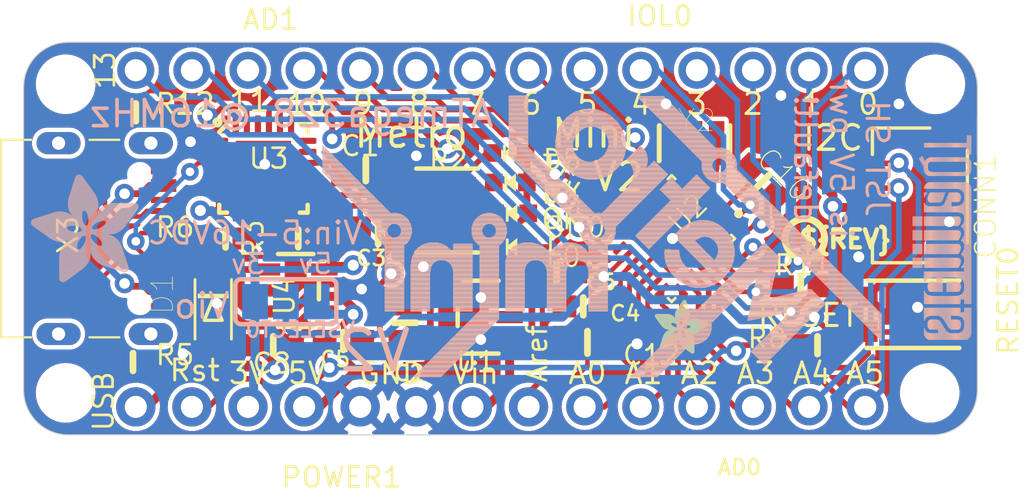
<source format=kicad_pcb>
(kicad_pcb (version 20221018) (generator pcbnew)
  (layers (0 "F.Cu" signal) (31 "B.Cu" signal) (34 "B.Paste" user) (35 "F.Paste" user) (36 "B.SilkS" user "B.Silkscreen") (37 "F.SilkS" user "F.Silkscreen") (38 "B.Mask" user) (39 "F.Mask" user) (44 "Edge.Cuts" user))
  (net 0 "")
  (net 1 "+5V")
  (net 2 "GND")
  (net 3 "AREF")
  (net 4 "RESET")
  (net 5 "VIN")
  (net 6 "SCK")
  (net 7 "MOSI")
  (net 8 "SS")
  (net 9 "DTR")
  (net 10 "XTAL2")
  (net 11 "XTAL1")
  (net 12 "AD0")
  (net 13 "AD1")
  (net 14 "AD2")
  (net 15 "AD3")
  (net 16 "AD4/SDA")
  (net 17 "AD5/SCL")
  (net 18 "IO2")
  (net 19 "IO0")
  (net 20 "IO3")
  (net 21 "IO4")
  (net 22 "IO5")
  (net 23 "IO6")
  (net 24 "IO7")
  (net 25 "IO8")
  (net 26 "IO9")
  (net 27 "3.3V")
  (net 28 "RXD")
  (net 29 "TXD")
  (net 30 "VBUS")
  (net 31 "N$3")
  (net 32 "VCCIO")
  (net 33 "MISO")
  (net 34 "N$1")
  (net 35 "N$12")
  (net 36 "N$15")
  (net 37 "N$6")
  (net 38 "N$7")
  (net 39 "N$4")
  (net 40 "N$2")
  (net 41 "D+")
  (net 42 "D-")
  (net 43 "N$5")
  (net 44 "N$9")
  (net 45 "VBUS_DETECT")
  (footprint "working:SOT23-5" (layer "F.Cu") (at 139.2301 107.3531 -90)
    (fp_text reference "U4")
    (fp_text value "AP2112K-3.3")
  )
  (footprint "working:FIDUCIAL_1MM" (layer "F.Cu") (at 168.9481 102.5906)
    (fp_text reference "FD2" hide)
    (fp_text value "FIDUCIAL_1MM" hide)
  )
  (footprint "working:0603-NO" (layer "F.Cu") (at 138.2141 109.8296)
    (fp_text reference "C8")
    (fp_text value "0.1uF")
  )
  (footprint "working:CHIPLED_0603_NOOUTLINE" (layer "F.Cu") (at 148.8821 101.1301 90)
    (fp_text reference "D5")
    (fp_text value "YELLOW")
  )
  (footprint "working:CHIPLED_0603_NOOUTLINE" (layer "F.Cu") (at 148.9456 102.4636 90)
    (fp_text reference "D4")
    (fp_text value "YELLOW")
  )
  (footprint "working:0603-NO" (layer "F.Cu") (at 162.8521 109.8296)
    (fp_text reference "R8")
    (fp_text value "10K")
  )
  (footprint "working:0603-NO" (layer "F.Cu") (at 152.249468 108.073391)
    (fp_text reference "C4")
    (fp_text value "0.1uF")
  )
  (footprint "working:1X06_ROUND" (layer "F.Cu") (at 138.3411 97.3836 180)
    (fp_text reference "AD1")
    (fp_text value "20609" hide)
  )
  (footprint "working:JST_SH4" (layer "F.Cu") (at 167.5511 103.0986 90)
    (fp_text reference "CONN1")
    (fp_text value "STEMMA_I2C_QT" hide)
  )
  (footprint "working:0603-NO" (layer "F.Cu") (at 136.0551 105.0036 180)
    (fp_text reference "R6")
    (fp_text value "10K")
  )
  (footprint "working:QFN28_4MM_.45MM" (layer "F.Cu") (at 156.2481 105.0036 -135)
    (fp_text reference "U2")
    (fp_text value "ATMEGA328P")
  )
  (footprint "working:0603-NO" (layer "F.Cu") (at 151.0411 106.5276)
    (fp_text reference "C6")
    (fp_text value "0.1uF")
  )
  (footprint "working:RESPACK_4X0603" (layer "F.Cu") (at 146.0881 103.7336 -90)
    (fp_text reference "R2")
    (fp_text value "4.7K")
  )
  (footprint "working:0805-NO" (layer "F.Cu") (at 152.4381 109.7026)
    (fp_text reference "C12")
    (fp_text value "10uF")
  )
  (footprint "working:1X08_ROUND" (layer "F.Cu") (at 156.1211 97.3836)
    (fp_text reference "IOL0")
    (fp_text value "20610" hide)
  )
  (footprint "working:FIDUCIAL_1MM" (layer "F.Cu") (at 128.6891 102.5906)
    (fp_text reference "FD1" hide)
    (fp_text value "FIDUCIAL_1MM" hide)
  )
  (footprint "working:CHIPLED_0603_NOOUTLINE" (layer "F.Cu") (at 149.0091 105.3846 90)
    (fp_text reference "L0")
    (fp_text value "RED")
  )
  (footprint "working:0603-NO" (layer "F.Cu") (at 139.3444 104.9909 180)
    (fp_text reference "R3")
    (fp_text value "22K")
  )
  (footprint "" (layer "F.Cu") (at 167.9321 111.9886)
    (fp_text reference "@HOLE3" hide)
    (fp_text value "")
  )
  (footprint "working:0603-NO" (layer "F.Cu") (at 131.8641 110.5916 180)
    (fp_text reference "R5")
    (fp_text value "5.1K")
  )
  (footprint "working:0603-NO" (layer "F.Cu") (at 160.371081 102.417379 135)
    (fp_text reference "C10")
    (fp_text value "0.1uF")
  )
  (footprint "" (layer "F.Cu") (at 128.8161 98.0186)
    (fp_text reference "@HOLE0" hide)
    (fp_text value "")
  )
  (footprint "working:0603-NO" (layer "F.Cu") (at 162.0901 107.1626)
    (fp_text reference "R11")
    (fp_text value "1K")
  )
  (footprint "working:PCBFEAT-REV-040" (layer "F.Cu") (at 162.2806 105.0036)
    (fp_text reference "U$4" hide)
    (fp_text value "" hide)
  )
  (footprint "working:0805-NO" (layer "F.Cu") (at 144.1831 108.8136 -90)
    (fp_text reference "C2")
    (fp_text value "10uF")
  )
  (footprint "working:0805-NO" (layer "F.Cu") (at 142.4051 101.8921)
    (fp_text reference "C1")
    (fp_text value "10uF")
  )
  (footprint "working:QFN24_4MM_SMSC" (layer "F.Cu") (at 137.7696 101.8286)
    (fp_text reference "U3")
    (fp_text value "CP210x")
  )
  (footprint "" (layer "F.Cu") (at 168.1861 98.0186)
    (fp_text reference "@HOLE2" hide)
    (fp_text value "")
  )
  (footprint "working:0603-NO" (layer "F.Cu") (at 141.3891 109.6391 180)
    (fp_text reference "C5")
    (fp_text value "0.1uF")
  )
  (footprint "working:1X06_ROUND" (layer "F.Cu") (at 158.6611 112.6236)
    (fp_text reference "AD0")
    (fp_text value "20609")
  )
  (footprint "working:SOT23-5" (layer "F.Cu") (at 147.6121 108.5596 90)
    (fp_text reference "U1")
    (fp_text value "MIC5225-5.0")
  )
  (footprint "working:BTN_KMR2_4.6X2.8" (layer "F.Cu") (at 167.1701 108.4326)
    (fp_text reference "RESET0")
    (fp_text value "KMR2")
  )
  (footprint "working:CHIPLED_0603_NOOUTLINE" (layer "F.Cu") (at 149.0091 103.8606 90)
    (fp_text reference "ON0")
    (fp_text value "GREEN")
  )
  (footprint "working:RESONATOR" (layer "F.Cu") (at 157.285887 100.6856)
    (fp_text reference "Y2")
    (fp_text value "CSTCE16M0V53-R0 16MHZ")
  )
  (footprint "working:SOD-123FL" (layer "F.Cu") (at 135.4963 108.204 -90)
    (fp_text reference "D1")
    (fp_text value "MBR120")
  )
  (footprint "working:0805-NO" (layer "F.Cu") (at 142.9639 104.7496 180)
    (fp_text reference "C3")
    (fp_text value "10uF")
  )
  (footprint "working:1X08_ROUND_70" (layer "F.Cu") (at 140.8811 112.6236)
    (fp_text reference "POWER1")
    (fp_text value "20610" hide)
  )
  (footprint "working:0603-NO" (layer "F.Cu") (at 131.9911 99.2886 180)
    (fp_text reference "R1")
    (fp_text value "5.1K")
  )
  (footprint "working:USB_C_CUSB31-CFM2AX-01-X" (layer "F.Cu") (at 129.7051 105.0036 -90)
    (fp_text reference "X3")
    (fp_text value "USB C")
  )
  (footprint "" (layer "F.Cu") (at 128.8161 111.9886)
    (fp_text reference "@HOLE1" hide)
    (fp_text value "")
  )
  (footprint "working:ADAFRUIT_2.5MM" (layer "F.Cu") (at 155.4861 110.2106)
    (fp_text reference "U$5" hide)
    (fp_text value "" hide)
  )
  (footprint "working:ADAFRUIT_5MM" (layer "B.Cu") (at 132.1181 106.9721 180)
    (fp_text reference "U$10" hide)
    (fp_text value "" hide)
  )
  (footprint "working:SOLDERJUMPER_2WAY_OPEN_NOPASTE" (layer "B.Cu") (at 138.7856 107.8611)
    (fp_text reference "VSELECT0")
    (fp_text value "")
  )
  (footprint "working:METROMINI_SILK" (layer "B.Cu") (at 165.7731 111.2901 180)
    (fp_text reference "U$7" hide)
    (fp_text value "" hide)
  )
  (footprint "working:STEMMAQT" (layer "B.Cu") (at 167.1701 109.5756 90)
    (fp_text reference "U$6" hide)
    (fp_text value "" hide)
  )
  (gr_arc (start 168.0591 96.1136) (mid 169.495941 96.708759) (end 170.0911 98.1456) (stroke (width 0.05)) (layer "Edge.Cuts"))
  (gr_line (start 168.0591 96.1136) (end 128.9431 96.1136) (stroke (width 0.05)) (layer "Edge.Cuts"))
  (gr_line (start 170.0911 111.8616) (end 170.0911 98.1456) (stroke (width 0.05)) (layer "Edge.Cuts"))
  (gr_line (start 128.9431 113.8936) (end 168.0591 113.8936) (stroke (width 0.05)) (layer "Edge.Cuts"))
  (gr_arc (start 128.9431 113.8936) (mid 127.506259 113.298441) (end 126.9111 111.8616) (stroke (width 0.05)) (layer "Edge.Cuts"))
  (gr_arc (start 170.0911 111.8616) (mid 169.495941 113.298441) (end 168.0591 113.8936) (stroke (width 0.05)) (layer "Edge.Cuts"))
  (gr_arc (start 126.9111 98.1456) (mid 127.506259 96.708759) (end 128.9431 96.1136) (stroke (width 0.05)) (layer "Edge.Cuts"))
  (gr_line (start 126.9111 98.1456) (end 126.9111 111.8616) (stroke (width 0.05)) (layer "Edge.Cuts"))
  (gr_text "JST SH\nis 5V pwr\ndefault!" (at 163.9316 101.3841 -90) (layer "B.SilkS") (effects (font (size 1.00584 1.00584) (thickness 0.13716)) (justify mirror)))
  (gr_text "Vin:5-16VDC" (at 137.3886 104.7496) (layer "B.SilkS") (effects (font (size 1.00584 1.00584) (thickness 0.13716)) (justify mirror)))
  (gr_text "V2" (at 142.7861 110.0836) (layer "B.SilkS") (effects (font (size 1.78816 1.78816) (thickness 0.24384)) (justify mirror)))
  (gr_text "ATmega328 @16MHz" (at 139.0396 99.3521) (layer "B.SilkS") (effects (font (size 1.184656 1.184656) (thickness 0.161544)) (justify mirror)))
  (gr_text "Vio" (at 134.9756 108.0516) (layer "B.SilkS") (effects (font (size 1.1176 1.1176) (thickness 0.1524)) (justify mirror)))
  (gr_text "5v" (at 140.1191 106.1466) (layer "B.SilkS") (effects (font (size 0.89408 0.89408) (thickness 0.12192)) (justify mirror)))
  (gr_text "3v" (at 137.0711 106.1466) (layer "B.SilkS") (effects (font (size 0.89408 0.89408) (thickness 0.12192)) (justify mirror)))
  (gr_text "Aref" (at 150.1521 110.2106 90) (layer "F.SilkS") (effects (font (size 0.89408 0.89408) (thickness 0.12192))))
  (gr_text "2" (at 159.9311 98.9076) (layer "F.SilkS") (effects (font (size 0.94996 0.94996) (thickness 0.12954))))
  (gr_text "7" (at 147.3581 98.9076) (layer "F.SilkS") (effects (font (size 0.94996 0.94996) (thickness 0.12954))))
  (gr_text "5V" (at 139.7381 111.0996) (layer "F.SilkS") (effects (font (size 0.94996 0.94996) (thickness 0.12954))))
  (gr_text "10" (at 139.7381 98.9076) (layer "F.SilkS") (effects (font (size 0.94996 0.94996) (thickness 0.12954))))
  (gr_text "TX" (at 151.1681 101.7016) (layer "F.SilkS") (effects (font (size 0.89408 0.89408) (thickness 0.12192))))
  (gr_text "6" (at 149.8981 98.9076) (layer "F.SilkS") (effects (font (size 0.94996 0.94996) (thickness 0.12954))))
  (gr_text "11" (at 137.1346 98.7806) (layer "F.SilkS") (effects (font (size 0.94996 0.94996) (thickness 0.12954))))
  (gr_text "0" (at 165.1381 98.9076) (layer "F.SilkS") (effects (font (size 0.94996 0.94996) (thickness 0.12954))))
  (gr_text "GND" (at 143.5481 111.0996) (layer "F.SilkS") (effects (font (size 0.94996 0.94996) (thickness 0.12954))))
  (gr_text "1" (at 162.5981 98.9076) (layer "F.SilkS") (effects (font (size 0.94996 0.94996) (thickness 0.12954))))
  (gr_text "RX" (at 151.2951 102.9716) (layer "F.SilkS") (effects (font (size 0.89408 0.89408) (thickness 0.12192))))
  (gr_text "12" (at 134.6581 98.9076) (layer "F.SilkS") (effects (font (size 0.94996 0.94996) (thickness 0.12954))))
  (gr_text "9" (at 142.2781 98.9076) (layer "F.SilkS") (effects (font (size 0.94996 0.94996) (thickness 0.12954))))
  (gr_text "13" (at 130.5941 97.3836 90) (layer "F.SilkS") (effects (font (size 0.89408 0.89408) (thickness 0.12192))))
  (gr_text "3" (at 157.3911 98.9076) (layer "F.SilkS") (effects (font (size 0.94996 0.94996) (thickness 0.12954))))
  (gr_text "A4" (at 162.5981 111.0996) (layer "F.SilkS") (effects (font (size 0.94996 0.94996) (thickness 0.12954))))
  (gr_text "Vin" (at 147.3581 111.0996) (layer "F.SilkS") (effects (font (size 0.94996 0.94996) (thickness 0.12954))))
  (gr_text "8" (at 144.8181 98.9076) (layer "F.SilkS") (effects (font (size 0.94996 0.94996) (thickness 0.12954))))
  (gr_text "V2" (at 153.8351 102.2096) (layer "F.SilkS") (effects (font (size 1.251712 1.251712) (thickness 0.170688))))
  (gr_text "A3" (at 160.0581 111.0996) (layer "F.SilkS") (effects (font (size 0.94996 0.94996) (thickness 0.12954))))
  (gr_text "L" (at 150.9141 105.3211) (layer "F.SilkS") (effects (font (size 0.89408 0.89408) (thickness 0.12192))))
  (gr_text "Metro    Mini" (at 148.2471 100.2411) (layer "F.SilkS") (effects (font (size 1.251712 1.251712) (thickness 0.170688))))
  (gr_text "5" (at 152.4381 98.9076) (layer "F.SilkS") (effects (font (size 0.94996 0.94996) (thickness 0.12954))))
  (gr_text "A2" (at 157.5181 111.0996) (layer "F.SilkS") (effects (font (size 0.94996 0.94996) (thickness 0.12954))))
  (gr_text "I2C" (at 165.0111 99.7966) (layer "F.SilkS") (effects (font (size 1.1176 1.1176) (thickness 0.1524)) (justify right top)))
  (gr_text "4" (at 154.8511 98.9076) (layer "F.SilkS") (effects (font (size 0.94996 0.94996) (thickness 0.12954))))
  (gr_text "ON" (at 151.2951 104.1146) (layer "F.SilkS") (effects (font (size 0.89408 0.89408) (thickness 0.12192))))
  (gr_text "Rst" (at 134.6581 110.9726) (layer "F.SilkS") (effects (font (size 0.94996 0.94996) (thickness 0.12954))))
  (gr_text "USB" (at 130.5306 112.3696 90) (layer "F.SilkS") (effects (font (size 0.89408 0.89408) (thickness 0.12192))))
  (gr_text "3V" (at 137.0711 111.0996) (layer "F.SilkS") (effects (font (size 0.94996 0.94996) (thickness 0.12954))))
  (gr_text "A0" (at 152.4381 111.0996) (layer "F.SilkS") (effects (font (size 0.94996 0.94996) (thickness 0.12954))))
  (gr_text "A1" (at 154.9781 111.0996) (layer "F.SilkS") (effects (font (size 0.94996 0.94996) (thickness 0.12954))))
  (gr_text "A5" (at 165.0111 111.0996) (layer "F.SilkS") (effects (font (size 0.94996 0.94996) (thickness 0.12954))))
  (gr_text "RESET" (at 160.0581 109.0676) (layer "F.SilkS") (effects (font (size 1.00584 1.00584) (thickness 0.13716)) (justify left bottom)))
  (segment (start 141.3891 108.8771) (end 141.3891 110.3376) (width 0.2032) (layer "F.Cu") (net 1))
  (segment (start 144.1831 109.9541) (end 143.0376 111.0996) (width 0.4064) (layer "F.Cu") (net 1))
  (segment (start 149.0091 104.6106) (end 149.0091 106.0831) (width 0.254) (layer "F.Cu") (net 1))
  (segment (start 145.3261 109.5096) (end 146.312 109.5096) (width 0.4064) (layer "F.Cu") (net 1))
  (segment (start 137.094 108.3031) (end 136.7155 107.9246) (width 0.4064) (layer "F.Cu") (net 1))
  (segment (start 141.8336 111.0996) (end 142.1511 111.0996) (width 0.4064) (layer "F.Cu") (net 1))
  (segment (start 144.1831 109.7636) (end 144.4371 109.5096) (width 0.4064) (layer "F.Cu") (net 1))
  (segment (start 144.1831 109.9541) (end 144.1831 109.7636) (width 0.4064) (layer "F.Cu") (net 1))
  (segment (start 141.8336 108.4326) (end 141.3891 108.8771) (width 0.3048) (layer "F.Cu") (net 1))
  (segment (start 141.8336 108.156763) (end 141.8336 108.4326) (width 0.4064) (layer "F.Cu") (net 1))
  (segment (start 149.6321 101.1301) (end 149.6956 101.1936) (width 0.3048) (layer "F.Cu") (net 1))
  (segment (start 139.6111 112.6236) (end 140.3096 112.6236) (width 0.4064) (layer "F.Cu") (net 1))
  (segment (start 139.761862 107.6217) (end 139.080462 108.3031) (width 0.4064) (layer "F.Cu") (net 1))
  (segment (start 149.6956 101.1936) (end 149.6956 102.4636) (width 0.3048) (layer "F.Cu") (net 1))
  (segment (start 146.3421 106.1466) (end 145.3261 107.1626) (width 0.3048) (layer "F.Cu") (net 1))
  (segment (start 149.0091 106.0831) (end 148.9456 106.1466) (width 0.3048) (layer "F.Cu") (net 1))
  (segment (start 141.8336 111.0996) (end 140.3096 112.6236) (width 0.4064) (layer "F.Cu") (net 1))
  (segment (start 149.6956 102.4636) (end 149.6956 103.7971) (width 0.3048) (layer "F.Cu") (net 1))
  (segment (start 136.7282 106.5665) (end 135.4963 106.5665) (width 0.3048) (layer "F.Cu") (net 1))
  (segment (start 136.76035 106.53435) (end 136.7282 106.5665) (width 0.3048) (layer "F.Cu") (net 1))
  (segment (start 136.7155 107.9246) (end 136.7155 106.5792) (width 0.4064) (layer "F.Cu") (net 1))
  (segment (start 137.93 106.4031) (end 136.8916 106.4031) (width 0.3048) (layer "F.Cu") (net 1))
  (segment (start 137.93 108.3031) (end 137.094 108.3031) (width 0.4064) (layer "F.Cu") (net 1))
  (segment (start 136.7155 106.5792) (end 136.76035 106.53435) (width 0.4064) (layer "F.Cu") (net 1))
  (segment (start 136.8916 106.4031) (end 136.76035 106.53435) (width 0.3048) (layer "F.Cu") (net 1))
  (segment (start 149.6956 103.7971) (end 149.7591 103.8606) (width 0.3048) (layer "F.Cu") (net 1))
  (segment (start 148.9456 106.1466) (end 146.3421 106.1466) (width 0.3048) (layer "F.Cu") (net 1))
  (segment (start 144.4371 109.5096) (end 145.3261 109.5096) (width 0.4064) (layer "F.Cu") (net 1))
  (segment (start 139.080462 108.3031) (end 137.93 108.3031) (width 0.4064) (layer "F.Cu") (net 1))
  (segment (start 145.3261 107.1626) (end 145.3261 109.5096) (width 0.3048) (layer "F.Cu") (net 1))
  (segment (start 141.298537 107.6217) (end 141.8336 108.156763) (width 0.4064) (layer "F.Cu") (net 1))
  (segment (start 142.1511 111.0996) (end 143.0376 111.0996) (width 0.4064) (layer "F.Cu") (net 1))
  (segment (start 139.761862 107.6217) (end 141.298537 107.6217) (width 0.4064) (layer "F.Cu") (net 1))
  (segment (start 149.7591 103.8606) (end 149.0091 104.6106) (width 0.3048) (layer "F.Cu") (net 1))
  (segment (start 142.1511 111.0996) (end 141.3891 110.3376) (width 0.254) (layer "F.Cu") (net 1))
  (via (at 141.8336 108.4326) (size 0.889) (drill 0.4826) (layers "F.Cu" "B.Cu") (net 1))
  (segment (start 140.8176 108.4326) (end 140.2461 107.8611) (width 0.4064) (layer "B.Cu") (net 1))
  (segment (start 140.2461 107.8611) (end 140.1826 107.8611) (width 0.4064) (layer "B.Cu") (net 1))
  (segment (start 140.8176 108.4326) (end 141.8336 108.4326) (width 0.4064) (layer "B.Cu") (net 1))
  (segment (start 139.3816 105.8037) (end 139.3816 106.5666) (width 0.4064) (layer "F.Cu") (net 2))
  (segment (start 154.3431 106.9086) (end 154.3431 109.427204) (width 0.2032) (layer "F.Cu") (net 2))
  (segment (start 133.2501 108.2036) (end 133.6671 108.2036) (width 0.4064) (layer "F.Cu") (net 2))
  (segment (start 154.3431 109.427204) (end 154.685021 109.769125) (width 0.3048) (layer "F.Cu") (net 2))
  (segment (start 133.4097 101.644) (end 133.626912 101.644) (width 0.4064) (layer "F.Cu") (net 2))
  (segment (start 143.9139 104.7496) (end 143.9139 104.9553) (width 0.4064) (layer "F.Cu") (net 2))
  (segment (start 133.6671 108.2036) (end 134.2009 108.7374) (width 0.4064) (layer "F.Cu") (net 2))
  (segment (start 133.626912 101.644) (end 134.4676 100.803313) (width 0.4064) (layer "F.Cu") (net 2))
  (segment (start 157.637562 103.614138) (end 156.2481 105.0036) (width 0.2032) (layer "F.Cu") (net 2))
  (segment (start 136.7235 108.974) (end 135.6868 107.9373) (width 0.3048) (layer "F.Cu") (net 2))
  (segment (start 144.1831 107.8636) (end 144.1831 107.0991) (width 0.3048) (layer "F.Cu") (net 2))
  (segment (start 134.4676 100.803313) (end 134.4676 100.6221) (width 0.4064) (layer "F.Cu") (net 2))
  (segment (start 137.0196 101.0786) (end 137.7696 101.8286) (width 0.3048) (layer "F.Cu") (net 2))
  (segment (start 134.2009 108.7374) (end 134.2009 110.1344) (width 0.4064) (layer "F.Cu") (net 2))
  (segment (start 138.048893 108.974) (end 136.7235 108.974) (width 0.3048) (layer "F.Cu") (net 2))
  (segment (start 135.7696 101.0786) (end 135.1146 101.0786) (width 0.3048) (layer "F.Cu") (net 2))
  (segment (start 133.2501 101.8036) (end 133.4097 101.644) (width 0.4064) (layer "F.Cu") (net 2))
  (segment (start 150.161768 106.556932) (end 150.1911 106.5276) (width 0.4064) (layer "F.Cu") (net 2))
  (segment (start 135.6868 107.9373) (end 135.6614 107.9373) (width 0.3048) (layer "F.Cu") (net 2))
  (segment (start 135.7696 101.0786) (end 137.0196 101.0786) (width 0.3048) (layer "F.Cu") (net 2))
  (segment (start 142.6932 106.176) (end 142.6932 106.566163) (width 0.4064) (layer "F.Cu") (net 2))
  (segment (start 137.93 107.3531) (end 138.5951 107.3531) (width 0.4064) (layer "F.Cu") (net 2))
  (segment (start 138.5951 107.3531) (end 139.3816 106.5666) (width 0.4064) (layer "F.Cu") (net 2))
  (segment (start 138.078993 109.0041) (end 138.048893 108.974) (width 0.3048) (layer "F.Cu") (net 2))
  (segment (start 138.2386 109.0041) (end 138.078993 109.0041) (width 0.3048) (layer "F.Cu") (net 2))
  (segment (start 154.858634 106.393066) (end 154.3431 106.9086) (width 0.2032) (layer "F.Cu") (net 2))
  (segment (start 144.1831 107.0991) (end 145.0086 106.2736) (width 0.3048) (layer "F.Cu") (net 2))
  (segment (start 142.2146 107.044763) (end 142.2146 107.2896) (width 0.4064) (layer "F.Cu") (net 2))
  (segment (start 139.3816 105.8037) (end 140.1944 104.9909) (width 0.4064) (layer "F.Cu") (net 2))
  (segment (start 142.6932 106.566163) (end 142.2146 107.044763) (width 0.4064) (layer "F.Cu") (net 2))
  (segment (start 143.9139 104.9553) (end 142.6932 106.176) (width 0.4064) (layer "F.Cu") (net 2))
  (segment (start 150.161768 106.556932) (end 149.8591 106.5666) (width 0.4064) (layer "F.Cu") (net 2))
  (segment (start 139.0641 109.8296) (end 138.2386 109.0041) (width 0.3048) (layer "F.Cu") (net 2))
  (segment (start 154.858634 106.393066) (end 156.2481 105.0036) (width 0.2032) (layer "F.Cu") (net 2))
  (segment (start 134.2009 110.1344) (end 134.1247 110.2106) (width 0.4064) (layer "F.Cu") (net 2))
  (via (at 147.6121 107.6706) (size 0.889) (drill 0.4826) (layers "F.Cu" "B.Cu") (net 2))
  (via (at 134.4676 100.6221) (size 0.889) (drill 0.4826) (layers "F.Cu" "B.Cu") (net 2))
  (via (at 166.5351 98.9076) (size 0.889) (drill 0.4826) (layers "F.Cu" "B.Cu") (net 2))
  (via (at 135.6614 107.9373) (size 0.889) (drill 0.4826) (layers "F.Cu" "B.Cu") (net 2))
  (via (at 137.8331 101.6381) (size 0.889) (drill 0.4826) (layers "F.Cu" "B.Cu") (net 2))
  (via (at 156.287178 105.000575) (size 0.9064) (drill 0.5) (layers "F.Cu" "B.Cu") (net 2))
  (via (at 167.385021 108.118125) (size 0.9064) (drill 0.5) (layers "F.Cu" "B.Cu") (net 2))
  (via (at 134.1247 110.2106) (size 0.889) (drill 0.4826) (layers "F.Cu" "B.Cu") (net 2))
  (via (at 168.8211 104.2416) (size 0.889) (drill 0.4826) (layers "F.Cu" "B.Cu") (net 2))
  (via (at 147.6121 109.5756) (size 0.889) (drill 0.4826) (layers "F.Cu" "B.Cu") (net 2))
  (via (at 144.6911 101.2571) (size 0.889) (drill 0.4826) (layers "F.Cu" "B.Cu") (net 2))
  (via (at 145.0086 106.2736) (size 0.889) (drill 0.4826) (layers "F.Cu" "B.Cu") (net 2))
  (via (at 164.718021 105.832125) (size 0.9064) (drill 0.5) (layers "F.Cu" "B.Cu") (net 2))
  (via (at 142.2146 107.2896) (size 0.889) (drill 0.4826) (layers "F.Cu" "B.Cu") (net 2))
  (via (at 161.2011 98.5266) (size 0.889) (drill 0.4826) (layers "F.Cu" "B.Cu") (net 2))
  (via (at 154.685021 109.769125) (size 0.9064) (drill 0.5) (layers "F.Cu" "B.Cu") (net 2))
  (via (at 155.9941 98.9076) (size 0.889) (drill 0.4826) (layers "F.Cu" "B.Cu") (net 2))
  (segment (start 152.4381 108.8136) (end 152.4381 108.73476) (width 0.254) (layer "F.Cu") (net 3))
  (segment (start 152.4381 108.73476) (end 153.099468 108.073391) (width 0.254) (layer "F.Cu") (net 3))
  (segment (start 153.099468 108.073391) (end 153.099468 107.920022) (width 0.2032) (layer "F.Cu") (net 3))
  (segment (start 152.4381 110.7186) (end 152.3111 110.8456) (width 0.2032) (layer "F.Cu") (net 3))
  (segment (start 150.4061 111.3536) (end 149.7711 111.9886) (width 0.254) (layer "F.Cu") (net 3))
  (segment (start 154.540434 106.074869) (end 153.9367 106.678604) (width 0.2032) (layer "F.Cu") (net 3))
  (segment (start 152.3111 110.8456) (end 151.8031 111.3536) (width 0.254) (layer "F.Cu") (net 3))
  (segment (start 151.8031 111.3536) (end 150.4061 111.3536) (width 0.254) (layer "F.Cu") (net 3))
  (segment (start 153.9367 107.082791) (end 153.099468 107.920022) (width 0.2032) (layer "F.Cu") (net 3))
  (segment (start 149.7711 112.6236) (end 149.7711 111.9886) (width 0.254) (layer "F.Cu") (net 3))
  (segment (start 153.9367 106.678604) (end 153.9367 107.082791) (width 0.2032) (layer "F.Cu") (net 3))
  (segment (start 152.4381 108.8136) (end 152.4381 110.7186) (width 0.2032) (layer "F.Cu") (net 3))
  (segment (start 164.5031 110.8456) (end 165.1381 110.2106) (width 0.254) (layer "F.Cu") (net 4))
  (segment (start 158.696962 110.0836) (end 158.3817 109.768338) (width 0.254) (layer "F.Cu") (net 4))
  (segment (start 162.2171 110.8456) (end 164.5031 110.8456) (width 0.254) (layer "F.Cu") (net 4))
  (segment (start 162.0021 109.8296) (end 162.0021 110.6306) (width 0.254) (layer "F.Cu") (net 4))
  (segment (start 135.2931 112.6236) (end 136.5631 111.3536) (width 0.254) (layer "F.Cu") (net 4))
  (segment (start 140.5391 109.6391) (end 140.5391 110.6306) (width 0.254) (layer "F.Cu") (net 4))
  (segment (start 165.1201 109.2326) (end 169.2201 109.2326) (width 0.254) (layer "F.Cu") (net 4))
  (segment (start 134.5311 112.6236) (end 135.2931 112.6236) (width 0.254) (layer "F.Cu") (net 4))
  (segment (start 136.5631 111.3536) (end 137.5791 111.3536) (width 0.254) (layer "F.Cu") (net 4))
  (segment (start 139.106087 111.4044) (end 140.1953 111.4044) (width 0.254) (layer "F.Cu") (net 4))
  (segment (start 162.0021 110.6306) (end 162.2171 110.8456) (width 0.254) (layer "F.Cu") (net 4))
  (segment (start 158.3817 107.137204) (end 158.3817 109.768338) (width 0.254) (layer "F.Cu") (net 4))
  (segment (start 140.7541 110.8456) (end 140.1953 111.4044) (width 0.254) (layer "F.Cu") (net 4))
  (segment (start 159.1691 110.0836) (end 159.4231 109.8296) (width 0.254) (layer "F.Cu") (net 4))
  (segment (start 137.5791 111.3536) (end 137.986993 111.761494) (width 0.254) (layer "F.Cu") (net 4))
  (segment (start 140.7541 110.8456) (end 140.5391 110.6306) (width 0.254) (layer "F.Cu") (net 4))
  (segment (start 137.986993 111.761494) (end 138.748993 111.761494) (width 0.254) (layer "F.Cu") (net 4))
  (segment (start 138.748993 111.761494) (end 139.106087 111.4044) (width 0.254) (layer "F.Cu") (net 4))
  (segment (start 165.1381 109.2506) (end 165.1201 109.2326) (width 0.254) (layer "F.Cu") (net 4))
  (segment (start 162.0021 109.8296) (end 159.4231 109.8296) (width 0.254) (layer "F.Cu") (net 4))
  (segment (start 165.1381 110.2106) (end 165.1381 109.2506) (width 0.254) (layer "F.Cu") (net 4))
  (segment (start 159.1691 110.0836) (end 158.696962 110.0836) (width 0.254) (layer "F.Cu") (net 4))
  (segment (start 157.637562 106.393066) (end 158.3817 107.137204) (width 0.2032) (layer "F.Cu") (net 4))
  (via (at 140.7541 110.8456) (size 0.889) (drill 0.4826) (layers "F.Cu" "B.Cu") (net 4))
  (via (at 159.1691 110.0836) (size 0.889) (drill 0.4826) (layers "F.Cu" "B.Cu") (net 4))
  (segment (start 140.7541 110.8456) (end 157.7721 110.8456) (width 0.254) (layer "B.Cu") (net 4))
  (segment (start 158.5341 110.0836) (end 157.7721 110.8456) (width 0.254) (layer "B.Cu") (net 4))
  (segment (start 159.1691 110.0836) (end 158.5341 110.0836) (width 0.254) (layer "B.Cu") (net 4))
  (segment (start 148.9122 107.6096) (end 149.4561 107.6096) (width 0.3048) (layer "F.Cu") (net 5))
  (segment (start 148.9122 111.5775) (end 148.9122 109.5096) (width 0.4064) (layer "F.Cu") (net 5))
  (segment (start 150.1521 109.5096) (end 151.2951 109.5096) (width 0.4064) (layer "F.Cu") (net 5))
  (segment (start 148.9122 109.5096) (end 150.1521 109.5096) (width 0.4064) (layer "F.Cu") (net 5))
  (segment (start 149.922481 108.075982) (end 149.922481 109.279982) (width 0.3048) (layer "F.Cu") (net 5))
  (segment (start 149.4561 107.6096) (end 149.922481 108.075982) (width 0.3048) (layer "F.Cu") (net 5))
  (segment (start 148.9122 111.5775) (end 147.8661 112.6236) (width 0.4064) (layer "F.Cu") (net 5))
  (segment (start 147.2311 112.6236) (end 147.8661 112.6236) (width 0.4064) (layer "F.Cu") (net 5))
  (segment (start 149.922481 109.279982) (end 150.1521 109.5096) (width 0.4064) (layer "F.Cu") (net 5))
  (segment (start 151.2951 109.5096) (end 151.4881 109.7026) (width 0.4064) (layer "F.Cu") (net 5))
  (segment (start 153.253968 105.438472) (end 152.311096 104.4956) (width 0.2032) (layer "F.Cu") (net 6))
  (segment (start 151.6761 104.4956) (end 150.7871 105.3846) (width 0.254) (layer "F.Cu") (net 6))
  (segment (start 152.311096 104.4956) (end 152.0571 104.4956) (width 0.2032) (layer "F.Cu") (net 6))
  (segment (start 152.0571 104.4956) (end 151.6761 104.4956) (width 0.254) (layer "F.Cu") (net 6))
  (segment (start 153.90404 105.438472) (end 153.253968 105.438472) (width 0.2032) (layer "F.Cu") (net 6))
  (segment (start 149.7591 105.3846) (end 150.7871 105.3846) (width 0.254) (layer "F.Cu") (net 6))
  (via (at 152.0571 104.4956) (size 0.889) (drill 0.4826) (layers "F.Cu" "B.Cu") (net 6))
  (segment (start 152.0571 104.4956) (end 151.4856 104.4956) (width 0.254) (layer "B.Cu") (net 6))
  (segment (start 135.6106 98.5901) (end 133.1976 98.5901) (width 0.254) (layer "B.Cu") (net 6))
  (segment (start 133.1976 98.5901) (end 131.9911 97.3836) (width 0.254) (layer "B.Cu") (net 6))
  (segment (start 136.6266 99.6061) (end 135.6106 98.5901) (width 0.254) (layer "B.Cu") (net 6))
  (segment (start 151.4856 104.4956) (end 146.5961 99.6061) (width 0.254) (layer "B.Cu") (net 6))
  (segment (start 146.5961 99.6061) (end 136.6266 99.6061) (width 0.254) (layer "B.Cu") (net 6))
  (segment (start 154.186603 104.250535) (end 153.855337 103.919269) (width 0.2032) (layer "F.Cu") (net 7))
  (segment (start 153.258768 103.919269) (end 151.485603 102.146104) (width 0.2032) (layer "F.Cu") (net 7))
  (segment (start 150.9776 102.0826) (end 151.0411 102.1461) (width 0.254) (layer "F.Cu") (net 7))
  (segment (start 151.485603 102.146104) (end 151.0411 102.1461) (width 0.254) (layer "F.Cu") (net 7))
  (segment (start 154.222237 104.250535) (end 154.186603 104.250535) (width 0.2032) (layer "F.Cu") (net 7))
  (segment (start 153.855337 103.919269) (end 153.258768 103.919269) (width 0.2032) (layer "F.Cu") (net 7))
  (via (at 150.9776 102.0826) (size 0.889) (drill 0.4826) (layers "F.Cu" "B.Cu") (net 7))
  (segment (start 138.2776 98.5901) (end 137.0711 97.3836) (width 0.254) (layer "B.Cu") (net 7))
  (segment (start 147.1676 98.5901) (end 138.2776 98.5901) (width 0.254) (layer "B.Cu") (net 7))
  (segment (start 150.9776 102.0826) (end 150.8506 102.2096) (width 0.254) (layer "B.Cu") (net 7))
  (segment (start 150.8506 102.2096) (end 150.7871 102.2096) (width 0.254) (layer "B.Cu") (net 7))
  (segment (start 150.7871 102.2096) (end 147.1676 98.5901) (width 0.254) (layer "B.Cu") (net 7))
  (segment (start 145.8341 99.6696) (end 145.3261 99.1616) (width 0.254) (layer "F.Cu") (net 8))
  (segment (start 154.0877 103.4796) (end 153.4541 103.4796) (width 0.2032) (layer "F.Cu") (net 8))
  (segment (start 141.5161 98.6536) (end 140.2461 97.3836) (width 0.254) (layer "F.Cu") (net 8))
  (segment (start 148.6281 100.3046) (end 147.9931 99.6696) (width 0.254) (layer "F.Cu") (net 8))
  (segment (start 140.2461 97.3836) (end 139.6111 97.3836) (width 0.254) (layer "F.Cu") (net 8))
  (segment (start 147.9931 99.6696) (end 145.8341 99.6696) (width 0.254) (layer "F.Cu") (net 8))
  (segment (start 143.1671 99.1616) (end 142.6591 98.6536) (width 0.254) (layer "F.Cu") (net 8))
  (segment (start 145.3261 99.1616) (end 143.1671 99.1616) (width 0.254) (layer "F.Cu") (net 8))
  (segment (start 142.6591 98.6536) (end 141.5161 98.6536) (width 0.254) (layer "F.Cu") (net 8))
  (segment (start 150.2791 100.3046) (end 148.6281 100.3046) (width 0.2032) (layer "F.Cu") (net 8))
  (segment (start 153.4541 103.4796) (end 150.2791 100.3046) (width 0.2032) (layer "F.Cu") (net 8))
  (segment (start 154.540434 103.932335) (end 154.0877 103.4796) (width 0.2032) (layer "F.Cu") (net 8))
  (segment (start 137.0076 99.1616) (end 137.0076 99.8166) (width 0.254) (layer "F.Cu") (net 9))
  (segment (start 135.8646 99.0981) (end 135.5471 99.4156) (width 0.254) (layer "F.Cu") (net 9))
  (segment (start 136.9441 99.0981) (end 135.8646 99.0981) (width 0.254) (layer "F.Cu") (net 9))
  (segment (start 143.0401 107.0991) (end 143.0401 109.291907) (width 0.254) (layer "F.Cu") (net 9))
  (segment (start 143.5481 106.5911) (end 143.0401 107.0991) (width 0.254) (layer "F.Cu") (net 9))
  (segment (start 137.0076 99.1616) (end 136.9441 99.0981) (width 0.254) (layer "F.Cu") (net 9))
  (segment (start 135.2296 99.4156) (end 135.5471 99.4156) (width 0.254) (layer "F.Cu") (net 9))
  (segment (start 137.0196 99.8286) (end 137.0076 99.8166) (width 0.254) (layer "F.Cu") (net 9))
  (segment (start 143.0401 109.291907) (end 142.2391 109.6391) (width 0.254) (layer "F.Cu") (net 9))
  (via (at 143.5481 106.5911) (size 0.889) (drill 0.4826) (layers "F.Cu" "B.Cu") (net 9))
  (via (at 135.2296 99.4156) (size 0.9064) (drill 0.5) (layers "F.Cu" "B.Cu") (net 9))
  (segment (start 143.2306 105.0671) (end 143.2306 106.2736) (width 0.254) (layer "B.Cu") (net 9))
  (segment (start 136.2456 100.3046) (end 139.1031 100.3046) (width 0.254) (layer "B.Cu") (net 9))
  (segment (start 142.1511 103.3526) (end 142.1511 103.9876) (width 0.254) (layer "B.Cu") (net 9))
  (segment (start 135.2296 99.4156) (end 135.3566 99.4156) (width 0.254) (layer "B.Cu") (net 9))
  (segment (start 143.2306 105.0671) (end 142.1511 103.9876) (width 0.254) (layer "B.Cu") (net 9))
  (segment (start 139.1031 100.3046) (end 142.1511 103.3526) (width 0.254) (layer "B.Cu") (net 9))
  (segment (start 136.2456 100.3046) (end 135.3566 99.4156) (width 0.254) (layer "B.Cu") (net 9))
  (segment (start 143.2306 106.2736) (end 143.5481 106.5911) (width 0.254) (layer "B.Cu") (net 9))
  (segment (start 157.001165 102.942107) (end 157.001165 102.977741) (width 0.2032) (layer "F.Cu") (net 10))
  (segment (start 156.285887 101.844988) (end 156.450978 102.010079) (width 0.2032) (layer "F.Cu") (net 10))
  (segment (start 157.332434 102.333485) (end 157.332434 102.610838) (width 0.2032) (layer "F.Cu") (net 10))
  (segment (start 156.450978 102.010079) (end 157.009028 102.010079) (width 0.2032) (layer "F.Cu") (net 10))
  (segment (start 157.332434 102.610838) (end 157.001165 102.942107) (width 0.2032) (layer "F.Cu") (net 10))
  (segment (start 156.285887 100.6856) (end 156.285887 101.844988) (width 0.254) (layer "F.Cu") (net 10))
  (segment (start 157.009028 102.010079) (end 157.332434 102.333485) (width 0.2032) (layer "F.Cu") (net 10))
  (segment (start 158.285887 101.833044) (end 158.285887 100.6856) (width 0.254) (layer "F.Cu") (net 11))
  (segment (start 158.285887 102.329416) (end 158.285887 101.833044) (width 0.2032) (layer "F.Cu") (net 11))
  (segment (start 157.319365 103.295938) (end 158.285887 102.329416) (width 0.2032) (layer "F.Cu") (net 11))
  (segment (start 154.7495 107.138597) (end 154.7495 108.447769) (width 0.2032) (layer "F.Cu") (net 12))
  (segment (start 155.176831 106.711266) (end 154.7495 107.138597) (width 0.2032) (layer "F.Cu") (net 12))
  (segment (start 155.6131 110.7186) (end 154.8765 111.4552) (width 0.254) (layer "F.Cu") (net 12))
  (segment (start 154.7495 108.447769) (end 155.6131 109.311369) (width 0.2032) (layer "F.Cu") (net 12))
  (segment (start 154.8765 111.4552) (end 154.367131 111.4552) (width 0.254) (layer "F.Cu") (net 12))
  (segment (start 154.367131 111.4552) (end 153.198731 112.6236) (width 0.254) (layer "F.Cu") (net 12))
  (segment (start 155.6131 109.311369) (end 155.6131 110.7186) (width 0.254) (layer "F.Cu") (net 12))
  (segment (start 153.198731 112.6236) (end 152.3111 112.6236) (width 0.254) (layer "F.Cu") (net 12))
  (segment (start 155.1051 112.6236) (end 154.8511 112.6236) (width 0.254) (layer "F.Cu") (net 13))
  (segment (start 155.1559 107.368594) (end 155.1559 108.1024) (width 0.2032) (layer "F.Cu") (net 13))
  (segment (start 155.495031 107.029463) (end 155.1559 107.368594) (width 0.2032) (layer "F.Cu") (net 13))
  (segment (start 156.077834 111.650866) (end 155.1051 112.6236) (width 0.254) (layer "F.Cu") (net 13))
  (segment (start 156.077834 109.024335) (end 156.077834 111.650866) (width 0.254) (layer "F.Cu") (net 13))
  (segment (start 155.1559 108.1024) (end 156.077834 109.024335) (width 0.2032) (layer "F.Cu") (net 13))
  (segment (start 155.9941 108.1786) (end 156.535037 108.719538) (width 0.254) (layer "F.Cu") (net 14))
  (segment (start 157.3911 112.6236) (end 157.287125 112.6236) (width 0.254) (layer "F.Cu") (net 14))
  (segment (start 156.535037 108.719538) (end 156.535037 111.871513) (width 0.254) (layer "F.Cu") (net 14))
  (segment (start 155.813228 107.997729) (end 155.9941 108.1786) (width 0.2032) (layer "F.Cu") (net 14))
  (segment (start 155.813228 107.34766) (end 155.813228 107.997729) (width 0.2032) (layer "F.Cu") (net 14))
  (segment (start 157.287125 112.6236) (end 156.535037 111.871513) (width 0.254) (layer "F.Cu") (net 14))
  (segment (start 157.0101 108.436791) (end 157.0101 110.5281) (width 0.254) (layer "F.Cu") (net 15))
  (segment (start 159.1056 112.6236) (end 157.0101 110.5281) (width 0.254) (layer "F.Cu") (net 15))
  (segment (start 156.682968 107.34766) (end 156.682968 108.10966) (width 0.2032) (layer "F.Cu") (net 15))
  (segment (start 159.9311 112.6236) (end 159.1056 112.6236) (width 0.254) (layer "F.Cu") (net 15))
  (segment (start 157.0101 108.436791) (end 156.682968 108.10966) (width 0.2032) (layer "F.Cu") (net 15))
  (segment (start 157.4673 110.2741) (end 158.6103 111.4171) (width 0.254) (layer "F.Cu") (net 16))
  (segment (start 166.5351 102.7176) (end 165.1561 102.7176) (width 0.254) (layer "F.Cu") (net 16))
  (segment (start 157.4673 107.495597) (end 157.4673 110.2741) (width 0.254) (layer "F.Cu") (net 16))
  (segment (start 158.6103 111.4171) (end 160.5026 111.4171) (width 0.254) (layer "F.Cu") (net 16))
  (segment (start 157.001165 107.029463) (end 157.4673 107.495597) (width 0.2032) (layer "F.Cu") (net 16))
  (segment (start 161.7091 112.6236) (end 160.5026 111.4171) (width 0.254) (layer "F.Cu") (net 16))
  (segment (start 161.7091 112.6236) (end 162.4711 112.6236) (width 0.254) (layer "F.Cu") (net 16))
  (segment (start 165.1561 102.7176) (end 165.0371 102.5986) (width 0.254) (layer "F.Cu") (net 16))
  (via (at 166.5351 102.7176) (size 0.889) (drill 0.4826) (layers "F.Cu" "B.Cu") (net 16))
  (segment (start 166.5351 105.5116) (end 166.5351 102.7176) (width 0.254) (layer "B.Cu") (net 16))
  (segment (start 165.2651 106.7816) (end 165.2651 109.8296) (width 0.254) (layer "B.Cu") (net 16))
  (segment (start 165.2651 106.7816) (end 166.5351 105.5116) (width 0.254) (layer "B.Cu") (net 16))
  (segment (start 162.4711 112.6236) (end 165.2651 109.8296) (width 0.254) (layer "B.Cu") (net 16))
  (segment (start 165.0371 101.5986) (end 166.5111 101.5986) (width 0.254) (layer "F.Cu") (net 17))
  (segment (start 163.0807 111.4552) (end 164.2491 112.6236) (width 0.254) (layer "F.Cu") (net 17))
  (segment (start 160.691981 110.8964) (end 161.250781 111.4552) (width 0.254) (layer "F.Cu") (net 17))
  (segment (start 157.319365 106.711266) (end 157.9245 107.3164) (width 0.2032) (layer "F.Cu") (net 17))
  (segment (start 164.2491 112.6236) (end 165.0111 112.6236) (width 0.254) (layer "F.Cu") (net 17))
  (segment (start 158.863181 110.8964) (end 160.691981 110.8964) (width 0.254) (layer "F.Cu") (net 17))
  (segment (start 161.250781 111.4552) (end 163.0807 111.4552) (width 0.254) (layer "F.Cu") (net 17))
  (segment (start 157.9245 107.3164) (end 157.9245 109.957719) (width 0.254) (layer "F.Cu") (net 17))
  (segment (start 157.9245 109.957719) (end 158.863181 110.8964) (width 0.254) (layer "F.Cu") (net 17))
  (segment (start 166.5111 101.5986) (end 166.5351 101.5746) (width 0.254) (layer "F.Cu") (net 17))
  (via (at 166.5351 101.5746) (size 0.889) (drill 0.4826) (layers "F.Cu" "B.Cu") (net 17))
  (segment (start 167.4241 105.5116) (end 165.7731 107.1626) (width 0.254) (layer "B.Cu") (net 17))
  (segment (start 165.7731 107.1626) (end 165.7731 111.8616) (width 0.254) (layer "B.Cu") (net 17))
  (segment (start 166.5351 101.5746) (end 167.4241 102.4636) (width 0.254) (layer "B.Cu") (net 17))
  (segment (start 165.7731 111.8616) (end 165.0111 112.6236) (width 0.254) (layer "B.Cu") (net 17))
  (segment (start 167.4241 102.4636) (end 167.4241 105.5116) (width 0.254) (layer "B.Cu") (net 17))
  (segment (start 158.592156 105.438472) (end 158.96255 105.808866) (width 0.2032) (layer "F.Cu") (net 18))
  (segment (start 159.506834 105.808866) (end 159.9311 105.3846) (width 0.254) (layer "F.Cu") (net 18))
  (segment (start 158.96255 105.808866) (end 159.506834 105.808866) (width 0.2032) (layer "F.Cu") (net 18))
  (via (at 159.9311 105.3846) (size 0.8001) (drill 0.3937) (layers "F.Cu" "B.Cu") (net 18))
  (segment (start 161.0741 104.7496) (end 161.0741 102.5906) (width 0.254) (layer "B.Cu") (net 18))
  (segment (start 160.4391 105.3846) (end 161.0741 104.7496) (width 0.254) (layer "B.Cu") (net 18))
  (segment (start 161.0741 102.5906) (end 159.9311 101.4476) (width 0.254) (layer "B.Cu") (net 18))
  (segment (start 159.9311 105.3846) (end 160.4391 105.3846) (width 0.254) (layer "B.Cu") (net 18))
  (segment (start 159.9311 101.4476) (end 159.9311 97.3836) (width 0.254) (layer "B.Cu") (net 18))
  (segment (start 157.955762 106.074869) (end 159.297493 107.4166) (width 0.2032) (layer "F.Cu") (net 19))
  (segment (start 160.0581 107.4166) (end 160.9861 107.4166) (width 0.254) (layer "F.Cu") (net 19))
  (segment (start 159.297493 107.4166) (end 159.721756 107.4166) (width 0.2032) (layer "F.Cu") (net 19))
  (segment (start 160.0581 107.4166) (end 159.721756 107.4166) (width 0.254) (layer "F.Cu") (net 19))
  (segment (start 161.2401 107.1626) (end 160.9861 107.4166) (width 0.254) (layer "F.Cu") (net 19))
  (via (at 160.0581 107.4166) (size 0.8001) (drill 0.3937) (layers "F.Cu" "B.Cu") (net 19))
  (segment (start 160.0581 107.4166) (end 161.8361 107.4166) (width 0.254) (layer "B.Cu") (net 19))
  (segment (start 161.8361 107.4166) (end 162.7251 106.5276) (width 0.254) (layer "B.Cu") (net 19))
  (segment (start 165.0111 97.3836) (end 164.5031 97.3836) (width 0.254) (layer "B.Cu") (net 19))
  (segment (start 162.7251 106.5276) (end 162.7251 99.1616) (width 0.254) (layer "B.Cu") (net 19))
  (segment (start 164.5031 97.3836) (end 162.7251 99.1616) (width 0.254) (layer "B.Cu") (net 19))
  (segment (start 159.792843 104.568732) (end 159.992975 104.3686) (width 0.2032) (layer "F.Cu") (net 20))
  (segment (start 158.592156 104.568732) (end 159.792843 104.568732) (width 0.2032) (layer "F.Cu") (net 20))
  (segment (start 159.992975 104.3686) (end 160.3121 104.3686) (width 0.254) (layer "F.Cu") (net 20))
  (via (at 160.3121 104.3686) (size 0.8001) (drill 0.3937) (layers "F.Cu" "B.Cu") (net 20))
  (segment (start 159.2326 98.7806) (end 157.8356 97.3836) (width 0.254) (layer "B.Cu") (net 20))
  (segment (start 160.5661 103.0986) (end 159.2326 101.7651) (width 0.254) (layer "B.Cu") (net 20))
  (segment (start 160.5661 104.3686) (end 160.5661 103.0986) (width 0.254) (layer "B.Cu") (net 20))
  (segment (start 159.2326 98.7806) (end 159.2326 101.7651) (width 0.254) (layer "B.Cu") (net 20))
  (segment (start 157.3911 97.3836) (end 157.8356 97.3836) (width 0.254) (layer "B.Cu") (net 20))
  (segment (start 160.3121 104.3686) (end 160.5661 104.3686) (width 0.254) (layer "B.Cu") (net 20))
  (segment (start 159.5501 103.7336) (end 159.8041 103.4796) (width 0.254) (layer "F.Cu") (net 21))
  (segment (start 159.364434 103.919266) (end 159.5501 103.7336) (width 0.2032) (layer "F.Cu") (net 21))
  (segment (start 158.605228 103.919266) (end 159.364434 103.919266) (width 0.2032) (layer "F.Cu") (net 21))
  (segment (start 158.273959 104.250535) (end 158.605228 103.919266) (width 0.2032) (layer "F.Cu") (net 21))
  (via (at 159.8041 103.4796) (size 0.8001) (drill 0.3937) (layers "F.Cu" "B.Cu") (net 21))
  (segment (start 154.8511 97.3836) (end 155.6131 97.3836) (width 0.254) (layer "B.Cu") (net 21))
  (segment (start 159.8041 103.4796) (end 159.2961 103.4796) (width 0.254) (layer "B.Cu") (net 21))
  (segment (start 158.5976 100.3681) (end 158.5976 102.7811) (width 0.254) (layer "B.Cu") (net 21))
  (segment (start 159.2961 103.4796) (end 158.5976 102.7811) (width 0.254) (layer "B.Cu") (net 21))
  (segment (start 158.5976 100.3681) (end 155.6131 97.3836) (width 0.254) (layer "B.Cu") (net 21))
  (segment (start 156.235712 102.416475) (end 156.4399 102.416475) (width 0.2032) (layer "F.Cu") (net 22))
  (segment (start 154.5971 100.777863) (end 156.235712 102.416475) (width 0.2032) (layer "F.Cu") (net 22))
  (segment (start 154.5971 100.4316) (end 154.5971 100.777863) (width 0.2032) (layer "F.Cu") (net 22))
  (segment (start 156.682968 102.659544) (end 156.4399 102.416475) (width 0.2032) (layer "F.Cu") (net 22))
  (via (at 154.5971 100.4316) (size 0.889) (drill 0.4826) (layers "F.Cu" "B.Cu") (net 22))
  (segment (start 152.3111 97.3836) (end 152.3111 98.1456) (width 0.254) (layer "B.Cu") (net 22))
  (segment (start 154.5971 100.4316) (end 152.3111 98.1456) (width 0.254) (layer "B.Cu") (net 22))
  (segment (start 149.9235 97.3836) (end 149.7711 97.3836) (width 0.254) (layer "F.Cu") (net 23))
  (segment (start 154.2161 101.6762) (end 149.9235 97.3836) (width 0.2032) (layer "F.Cu") (net 23))
  (segment (start 155.813228 102.659544) (end 154.829884 101.6762) (width 0.2032) (layer "F.Cu") (net 23))
  (segment (start 154.829884 101.6762) (end 154.2161 101.6762) (width 0.2032) (layer "F.Cu") (net 23))
  (segment (start 154.59989 102.0826) (end 153.781312 102.0826) (width 0.2032) (layer "F.Cu") (net 24))
  (segment (start 153.781312 102.0826) (end 150.352312 98.6536) (width 0.2032) (layer "F.Cu") (net 24))
  (segment (start 155.495031 102.977741) (end 154.59989 102.0826) (width 0.2032) (layer "F.Cu") (net 24))
  (segment (start 150.352312 98.6536) (end 149.2631 98.6536) (width 0.2032) (layer "F.Cu") (net 24))
  (segment (start 149.2631 98.6536) (end 147.9931 97.3836) (width 0.254) (layer "F.Cu") (net 24))
  (segment (start 147.9931 97.3836) (end 147.2311 97.3836) (width 0.254) (layer "F.Cu") (net 24))
  (segment (start 148.5011 98.6536) (end 146.5961 98.6536) (width 0.254) (layer "F.Cu") (net 25))
  (segment (start 153.714575 102.5906) (end 150.285575 99.1616) (width 0.2032) (layer "F.Cu") (net 25))
  (segment (start 149.0091 99.1616) (end 148.5011 98.6536) (width 0.254) (layer "F.Cu") (net 25))
  (segment (start 155.176831 103.295938) (end 154.471493 102.5906) (width 0.2032) (layer "F.Cu") (net 25))
  (segment (start 146.5961 98.6536) (end 145.3261 97.3836) (width 0.254) (layer "F.Cu") (net 25))
  (segment (start 145.3261 97.3836) (end 144.6911 97.3836) (width 0.254) (layer "F.Cu") (net 25))
  (segment (start 150.285575 99.1616) (end 149.0091 99.1616) (width 0.2032) (layer "F.Cu") (net 25))
  (segment (start 154.471493 102.5906) (end 153.714575 102.5906) (width 0.2032) (layer "F.Cu") (net 25))
  (segment (start 146.0881 99.1616) (end 145.5801 98.6536) (width 0.254) (layer "F.Cu") (net 26))
  (segment (start 145.5801 98.6536) (end 143.4211 98.6536) (width 0.254) (layer "F.Cu") (net 26))
  (segment (start 153.622437 103.0732) (end 150.345837 99.7966) (width 0.2032) (layer "F.Cu") (net 26))
  (segment (start 143.4211 98.6536) (end 142.1511 97.3836) (width 0.254) (layer "F.Cu") (net 26))
  (segment (start 148.2471 99.1616) (end 146.0881 99.1616) (width 0.254) (layer "F.Cu") (net 26))
  (segment (start 154.317696 103.0732) (end 153.622437 103.0732) (width 0.2032) (layer "F.Cu") (net 26))
  (segment (start 148.8821 99.7966) (end 148.2471 99.1616) (width 0.254) (layer "F.Cu") (net 26))
  (segment (start 154.858634 103.614138) (end 154.317696 103.0732) (width 0.2032) (layer "F.Cu") (net 26))
  (segment (start 150.345837 99.7966) (end 148.8821 99.7966) (width 0.2032) (layer "F.Cu") (net 26))
  (segment (start 142.0139 104.7496) (end 142.0139 104.7565) (width 0.3048) (layer "F.Cu") (net 27))
  (segment (start 134.9121 103.7336) (end 135.7696 103.7336) (width 0.3048) (layer "F.Cu") (net 27))
  (segment (start 141.8336 106.2101) (end 140.7232 106.2101) (width 0.3048) (layer "F.Cu") (net 27))
  (segment (start 137.3641 109.8296) (end 137.428112 109.8296) (width 0.3048) (layer "F.Cu") (net 27))
  (segment (start 134.9121 103.7336) (end 135.0071 103.8286) (width 0.3048) (layer "F.Cu") (net 27))
  (segment (start 142.0139 104.7565) (end 141.6097 105.1607) (width 0.3048) (layer "F.Cu") (net 27))
  (segment (start 141.6097 105.3236) (end 140.5302 106.4031) (width 0.3048) (layer "F.Cu") (net 27))
  (segment (start 138.297356 110.952844) (end 138.297356 110.698844) (width 0.3048) (layer "F.Cu") (net 27))
  (segment (start 135.7696 103.7336) (end 135.7696 103.0786) (width 0.3048) (layer "F.Cu") (net 27))
  (segment (start 136.5196 103.8286) (end 135.0071 103.8286) (width 0.3048) (layer "F.Cu") (net 27))
  (segment (start 135.7696 103.0786) (end 135.7696 102.5786) (width 0.3048) (layer "F.Cu") (net 27))
  (segment (start 140.7232 106.2101) (end 140.5302 106.4031) (width 0.3048) (layer "F.Cu") (net 27))
  (segment (start 141.6097 105.1607) (end 141.6097 105.3236) (width 0.3048) (layer "F.Cu") (net 27))
  (segment (start 138.297356 110.698844) (end 137.428112 109.8296) (width 0.3048) (layer "F.Cu") (net 27))
  (via (at 141.8336 106.2101) (size 0.9064) (drill 0.5) (layers "F.Cu" "B.Cu") (net 27))
  (via (at 138.297356 110.952844) (size 0.889) (drill 0.4826) (layers "F.Cu" "B.Cu") (net 27))
  (via (at 134.9121 103.7336) (size 0.9064) (drill 0.5) (layers "F.Cu" "B.Cu") (net 27))
  (segment (start 137.3251 105.6386) (end 137.3251 106.4006) (width 0.4064) (layer "B.Cu") (net 27))
  (segment (start 137.0711 112.6236) (end 137.3251 112.3696) (width 0.4064) (layer "B.Cu") (net 27))
  (segment (start 141.6431 106.4006) (end 137.3886 106.4006) (width 0.3048) (layer "B.Cu") (net 27))
  (segment (start 137.3886 110.6551) (end 137.3251 110.5916) (width 0.3048) (layer "B.Cu") (net 27))
  (segment (start 137.3886 107.8611) (end 137.3886 110.6551) (width 0.4064) (layer "B.Cu") (net 27))
  (segment (start 137.686343 110.952844) (end 137.3886 110.6551) (width 0.3048) (layer "B.Cu") (net 27))
  (segment (start 135.4201 103.7336) (end 134.9121 103.7336) (width 0.3048) (layer "B.Cu") (net 27))
  (segment (start 137.3251 105.6386) (end 135.4201 103.7336) (width 0.4064) (layer "B.Cu") (net 27))
  (segment (start 138.297356 110.952844) (end 137.686343 110.952844) (width 0.3048) (layer "B.Cu") (net 27))
  (segment (start 137.3886 106.4006) (end 137.3251 106.4006) (width 0.3048) (layer "B.Cu") (net 27))
  (segment (start 137.3251 110.5916) (end 137.3251 112.3696) (width 0.4064) (layer "B.Cu") (net 27))
  (segment (start 141.6431 106.4006) (end 141.8336 106.2101) (width 0.3048) (layer "B.Cu") (net 27))
  (segment (start 137.3886 106.4006) (end 137.3886 107.8611) (width 0.4064) (layer "B.Cu") (net 27))
  (segment (start 138.4681 98.5901) (end 138.0196 99.0386) (width 0.254) (layer "F.Cu") (net 28))
  (segment (start 142.9131 99.7966) (end 142.4051 99.2886) (width 0.254) (layer "F.Cu") (net 28))
  (segment (start 162.9401 107.1626) (end 161.7336 108.3691) (width 0.254) (layer "F.Cu") (net 28))
  (segment (start 141.3891 99.2886) (end 140.6906 98.5901) (width 0.254) (layer "F.Cu") (net 28))
  (segment (start 145.8341 100.9396) (end 144.6911 99.7966) (width 0.254) (layer "F.Cu") (net 28))
  (segment (start 161.7336 108.3691) (end 161.7091 108.3691) (width 0.254) (layer "F.Cu") (net 28))
  (segment (start 142.9131 99.7966) (end 144.6911 99.7966) (width 0.254) (layer "F.Cu") (net 28))
  (segment (start 138.0196 99.0386) (end 138.0196 99.8286) (width 0.254) (layer "F.Cu") (net 28))
  (segment (start 161.6456 108.3056) (end 161.7091 108.3691) (width 0.254) (layer "F.Cu") (net 28))
  (segment (start 142.4051 99.2886) (end 141.3891 99.2886) (width 0.254) (layer "F.Cu") (net 28))
  (segment (start 140.6906 98.5901) (end 138.4681 98.5901) (width 0.254) (layer "F.Cu") (net 28))
  (segment (start 145.8341 100.9396) (end 146.0881 100.9396) (width 0.254) (layer "F.Cu") (net 28))
  (via (at 146.0881 100.9396) (size 0.889) (drill 0.4826) (layers "F.Cu" "B.Cu") (net 28))
  (via (at 161.6456 108.3056) (size 0.8001) (drill 0.3937) (layers "F.Cu" "B.Cu") (net 28))
  (segment (start 161.48685 108.14685) (end 161.6456 108.3056) (width 0.254) (layer "B.Cu") (net 28))
  (segment (start 158.720568 107.2388) (end 159.628618 108.14685) (width 0.254) (layer "B.Cu") (net 28))
  (segment (start 155.550712 107.238794) (end 155.867093 107.238794) (width 0.254) (layer "B.Cu") (net 28))
  (segment (start 155.8671 107.2388) (end 158.720568 107.2388) (width 0.254) (layer "B.Cu") (net 28))
  (segment (start 159.628618 108.14685) (end 161.48685 108.14685) (width 0.254) (layer "B.Cu") (net 28))
  (segment (start 151.4856 105.8926) (end 154.204518 105.8926) (width 0.254) (layer "B.Cu") (net 28))
  (segment (start 154.204518 105.8926) (end 155.550712 107.238794) (width 0.254) (layer "B.Cu") (net 28))
  (segment (start 146.5326 100.9396) (end 146.0881 100.9396) (width 0.254) (layer "B.Cu") (net 28))
  (segment (start 146.5326 100.9396) (end 151.4856 105.8926) (width 0.254) (layer "B.Cu") (net 28))
  (segment (start 155.867093 107.238794) (end 155.8671 107.2388) (width 0.254) (layer "B.Cu") (net 28))
  (segment (start 159.539868 106.6546) (end 160.0581 106.6546) (width 0.254) (layer "F.Cu") (net 29))
  (segment (start 140.4366 99.0981) (end 138.6586 99.0981) (width 0.254) (layer "F.Cu") (net 29))
  (segment (start 138.6586 99.0981) (end 138.5196 99.2371) (width 0.254) (layer "F.Cu") (net 29))
  (segment (start 161.7091 106.2736) (end 160.4391 106.2736) (width 0.254) (layer "F.Cu") (net 29))
  (segment (start 160.4391 106.2736) (end 160.0581 106.6546) (width 0.254) (layer "F.Cu") (net 29))
  (segment (start 159.17189 106.6546) (end 159.539868 106.6546) (width 0.2032) (layer "F.Cu") (net 29))
  (segment (start 140.8811 99.5426) (end 140.8811 100.4951) (width 0.254) (layer "F.Cu") (net 29))
  (segment (start 158.273959 105.756669) (end 159.17189 106.6546) (width 0.2032) (layer "F.Cu") (net 29))
  (segment (start 138.5196 99.2371) (end 138.5196 99.8286) (width 0.254) (layer "F.Cu") (net 29))
  (segment (start 161.7091 106.2736) (end 161.9631 106.0196) (width 0.254) (layer "F.Cu") (net 29))
  (segment (start 140.8811 99.5426) (end 140.4366 99.0981) (width 0.254) (layer "F.Cu") (net 29))
  (via (at 161.9631 106.0196) (size 0.8001) (drill 0.3937) (layers "F.Cu" "B.Cu") (net 29))
  (via (at 140.8811 100.4951) (size 0.889) (drill 0.4826) (layers "F.Cu" "B.Cu") (net 29))
  (segment (start 162.4711 98.5266) (end 162.2171 98.7806) (width 0.254) (layer "B.Cu") (net 29))
  (segment (start 162.2171 105.8926) (end 162.0901 106.0196) (width 0.254) (layer "B.Cu") (net 29))
  (segment (start 162.4711 97.3836) (end 162.4711 98.5266) (width 0.254) (layer "B.Cu") (net 29))
  (segment (start 154.3431 105.3846) (end 155.613096 106.654597) (width 0.254) (layer "B.Cu") (net 29))
  (segment (start 161.9631 106.0196) (end 161.9631 106.1466) (width 0.254) (layer "B.Cu") (net 29))
  (segment (start 161.9631 106.0196) (end 162.0901 106.0196) (width 0.254) (layer "B.Cu") (net 29))
  (segment (start 161.9631 106.1466) (end 161.4551 106.6546) (width 0.254) (layer "B.Cu") (net 29))
  (segment (start 151.6761 105.3846) (end 154.3431 105.3846) (width 0.254) (layer "B.Cu") (net 29))
  (segment (start 162.2171 98.7806) (end 162.2171 105.8926) (width 0.254) (layer "B.Cu") (net 29))
  (segment (start 155.613096 106.654597) (end 161.4551 106.6546) (width 0.254) (layer "B.Cu") (net 29))
  (segment (start 140.8811 100.4951) (end 141.2621 100.1141) (width 0.254) (layer "B.Cu") (net 29))
  (segment (start 141.2621 100.1141) (end 146.4056 100.1141) (width 0.254) (layer "B.Cu") (net 29))
  (segment (start 146.4056 100.1141) (end 151.6761 105.3846) (width 0.254) (layer "B.Cu") (net 29))
  (segment (start 131.9911 112.6236) (end 132.4991 112.6236) (width 0.4064) (layer "F.Cu") (net 30))
  (segment (start 135.2051 105.2186) (end 134.18185 106.24185) (width 0.3048) (layer "F.Cu") (net 30))
  (segment (start 133.2501 107.4036) (end 132.6131 107.4036) (width 0.3048) (layer "F.Cu") (net 30))
  (segment (start 134.8486 108.2421) (end 134.8486 109.1938) (width 0.3048) (layer "F.Cu") (net 30))
  (segment (start 134.1371 107.5306) (end 134.18185 107.57535) (width 0.3048) (layer "F.Cu") (net 30))
  (segment (start 135.2051 105.0036) (end 135.2051 105.2186) (width 0.3048) (layer "F.Cu") (net 30))
  (segment (start 133.8326 111.2901) (end 132.4991 112.6236) (width 0.4064) (layer "F.Cu") (net 30))
  (segment (start 135.4963 110.349497) (end 134.555687 111.2901) (width 0.4064) (layer "F.Cu") (net 30))
  (segment (start 134.1371 107.5306) (end 133.8851 107.5306) (width 0.3048) (layer "F.Cu") (net 30))
  (segment (start 131.6101 107.1626) (end 131.4831 107.0356) (width 0.3048) (layer "F.Cu") (net 30))
  (segment (start 133.2501 107.4036) (end 133.7581 107.4036) (width 0.3048) (layer "F.Cu") (net 30))
  (segment (start 132.2451 102.9716) (end 132.6131 102.6036) (width 0.3048) (layer "F.Cu") (net 30))
  (segment (start 133.8851 107.5306) (end 133.7581 107.4036) (width 0.3048) (layer "F.Cu") (net 30))
  (segment (start 134.555687 111.2901) (end 133.8326 111.2901) (width 0.4064) (layer "F.Cu") (net 30))
  (segment (start 132.6131 102.6036) (end 133.2501 102.6036) (width 0.3048) (layer "F.Cu") (net 30))
  (segment (start 134.8486 109.1938) (end 135.4963 109.8415) (width 0.3048) (layer "F.Cu") (net 30))
  (segment (start 134.18185 106.24185) (end 134.18185 107.57535) (width 0.3048) (layer "F.Cu") (net 30))
  (segment (start 135.4963 109.8415) (end 135.4963 110.349497) (width 0.4064) (layer "F.Cu") (net 30))
  (segment (start 134.18185 107.57535) (end 134.8486 108.2421) (width 0.3048) (layer "F.Cu") (net 30))
  (segment (start 132.6131 107.4036) (end 132.3721 107.1626) (width 0.3048) (layer "F.Cu") (net 30))
  (segment (start 132.3721 107.1626) (end 131.6101 107.1626) (width 0.3048) (layer "F.Cu") (net 30))
  (segment (start 131.4831 102.9716) (end 132.2451 102.9716) (width 0.3048) (layer "F.Cu") (net 30))
  (via (at 131.4831 102.9716) (size 0.889) (drill 0.4826) (layers "F.Cu" "B.Cu") (net 30))
  (via (at 131.4831 107.0356) (size 0.889) (drill 0.4826) (layers "F.Cu" "B.Cu") (net 30))
  (segment (start 130.0861 104.3686) (end 130.0861 105.6386) (width 0.3048) (layer "B.Cu") (net 30))
  (segment (start 131.4831 107.0356) (end 130.0861 105.6386) (width 0.3048) (layer "B.Cu") (net 30))
  (segment (start 130.0861 104.3686) (end 131.4831 102.9716) (width 0.3048) (layer "B.Cu") (net 30))
  (segment (start 147.9731 103.8606) (end 147.7001 104.1336) (width 0.254) (layer "F.Cu") (net 31))
  (segment (start 146.9381 104.1336) (end 147.7001 104.1336) (width 0.254) (layer "F.Cu") (net 31))
  (segment (start 148.2591 103.8606) (end 147.9731 103.8606) (width 0.254) (layer "F.Cu") (net 31))
  (segment (start 163.5506 103.0351) (end 163.5506 103.5431) (width 0.4064) (layer "F.Cu") (net 32))
  (segment (start 163.7021 109.5493) (end 162.7124 108.5596) (width 0.254) (layer "F.Cu") (net 32))
  (segment (start 163.7021 109.8296) (end 163.7021 109.5493) (width 0.254) (layer "F.Cu") (net 32))
  (segment (start 153.451306 106.5276) (end 153.019831 106.5276) (width 0.254) (layer "F.Cu") (net 32))
  (segment (start 159.770037 101.816338) (end 160.011775 101.5746) (width 0.4064) (layer "F.Cu") (net 32))
  (segment (start 159.770037 102.51685) (end 159.770037 101.816338) (width 0.2032) (layer "F.Cu") (net 32))
  (segment (start 163.6061 103.5986) (end 165.0371 103.5986) (width 0.4064) (layer "F.Cu") (net 32))
  (segment (start 160.011775 101.5746) (end 162.0901 101.5746) (width 0.4064) (layer "F.Cu") (net 32))
  (segment (start 158.408496 103.4796) (end 158.807287 103.4796) (width 0.2032) (layer "F.Cu") (net 32))
  (segment (start 157.955762 103.932335) (end 158.408496 103.4796) (width 0.2032) (layer "F.Cu") (net 32))
  (segment (start 153.019831 106.5276) (end 152.829331 106.5276) (width 0.254) (layer "F.Cu") (net 32))
  (segment (start 163.5506 103.5431) (end 163.6061 103.5986) (width 0.4064) (layer "F.Cu") (net 32))
  (segment (start 163.5506 103.0351) (end 162.0901 101.5746) (width 0.4064) (layer "F.Cu") (net 32))
  (segment (start 151.8911 106.5276) (end 152.829331 106.5276) (width 0.3048) (layer "F.Cu") (net 32))
  (segment (start 153.210331 106.7181) (end 153.1747 106.7181) (width 0.254) (layer "F.Cu") (net 32))
  (segment (start 153.019831 106.5276) (end 153.210331 106.7181) (width 0.3048) (layer "F.Cu") (net 32))
  (segment (start 158.807287 103.4796) (end 159.770037 102.51685) (width 0.2032) (layer "F.Cu") (net 32))
  (segment (start 154.222237 105.756669) (end 153.451306 106.5276) (width 0.2032) (layer "F.Cu") (net 32))
  (via (at 162.7124 108.5596) (size 0.889) (drill 0.4826) (layers "F.Cu" "B.Cu") (net 32))
  (via (at 153.1747 106.7181) (size 0.889) (drill 0.4826) (layers "F.Cu" "B.Cu") (net 32))
  (via (at 163.5506 103.5431) (size 0.889) (drill 0.4826) (layers "F.Cu" "B.Cu") (net 32))
  (segment (start 151.2951 108.5596) (end 145.5801 108.5596) (width 0.4064) (layer "B.Cu") (net 32))
  (segment (start 162.7124 108.5088) (end 163.5506 107.6706) (width 0.4064) (layer "B.Cu") (net 32))
  (segment (start 153.1747 106.7181) (end 153.1366 106.7181) (width 0.4064) (layer "B.Cu") (net 32))
  (segment (start 161.248056 109.11205) (end 162.17265 109.11205) (width 0.4064) (layer "B.Cu") (net 32))
  (segment (start 162.7124 108.5596) (end 162.7124 108.5723) (width 0.4064) (layer "B.Cu") (net 32))
  (segment (start 138.7856 107.8611) (end 138.7856 109.0041) (width 0.3048) (layer "B.Cu") (net 32))
  (segment (start 162.7124 108.5596) (end 162.7124 108.5088) (width 0.254) (layer "B.Cu") (net 32))
  (segment (start 153.1366 106.7181) (end 151.2951 108.5596) (width 0.4064) (layer "B.Cu") (net 32))
  (segment (start 160.816256 108.68025) (end 161.248056 109.11205) (width 0.4064) (layer "B.Cu") (net 32))
  (segment (start 138.7856 109.0041) (end 139.1158 109.3343) (width 0.3048) (layer "B.Cu") (net 32))
  (segment (start 158.499625 107.7722) (end 159.407675 108.68025) (width 0.4064) (layer "B.Cu") (net 32))
  (segment (start 154.275675 106.7181) (end 155.329775 107.7722) (width 0.4064) (layer "B.Cu") (net 32))
  (segment (start 155.329775 107.7722) (end 158.499625 107.7722) (width 0.4064) (layer "B.Cu") (net 32))
  (segment (start 163.5506 107.6706) (end 163.5506 103.5431) (width 0.4064) (layer "B.Cu") (net 32))
  (segment (start 144.1196 108.5596) (end 145.5801 108.5596) (width 0.3048) (layer "B.Cu") (net 32))
  (segment (start 139.1158 109.3343) (end 143.3449 109.3343) (width 0.3048) (layer "B.Cu") (net 32))
  (segment (start 162.7124 108.5723) (end 162.17265 109.11205) (width 0.4064) (layer "B.Cu") (net 32))
  (segment (start 143.3449 109.3343) (end 144.1196 108.5596) (width 0.3048) (layer "B.Cu") (net 32))
  (segment (start 159.407675 108.68025) (end 160.816256 108.68025) (width 0.4064) (layer "B.Cu") (net 32))
  (segment (start 153.1747 106.7181) (end 154.275675 106.7181) (width 0.4064) (layer "B.Cu") (net 32))
  (segment (start 151.868221 103.1621) (end 151.2951 103.1621) (width 0.254) (layer "F.Cu") (net 33))
  (segment (start 153.274856 104.568732) (end 151.868221 103.1621) (width 0.2032) (layer "F.Cu") (net 33))
  (segment (start 153.90404 104.568732) (end 153.274856 104.568732) (width 0.2032) (layer "F.Cu") (net 33))
  (via (at 151.2951 103.1621) (size 0.889) (drill 0.4826) (layers "F.Cu" "B.Cu") (net 33))
  (segment (start 146.8501 99.0981) (end 136.8806 99.0981) (width 0.254) (layer "B.Cu") (net 33))
  (segment (start 136.8806 99.0981) (end 135.1661 97.3836) (width 0.254) (layer "B.Cu") (net 33))
  (segment (start 135.1661 97.3836) (end 134.5311 97.3836) (width 0.254) (layer "B.Cu") (net 33))
  (segment (start 151.2951 103.1621) (end 150.9141 103.1621) (width 0.254) (layer "B.Cu") (net 33))
  (segment (start 150.9141 103.1621) (end 146.8501 99.0981) (width 0.254) (layer "B.Cu") (net 33))
  (segment (start 148.2591 105.3846) (end 147.2891 105.3846) (width 0.254) (layer "F.Cu") (net 34))
  (segment (start 147.2891 105.3846) (end 146.9381 105.0336) (width 0.254) (layer "F.Cu") (net 34))
  (segment (start 141.1416 101.5786) (end 139.7696 101.5786) (width 0.254) (layer "F.Cu") (net 35))
  (segment (start 141.4551 101.8921) (end 141.1416 101.5786) (width 0.254) (layer "F.Cu") (net 35))
  (segment (start 144.6031 103.3336) (end 145.2381 103.3336) (width 0.254) (layer "F.Cu") (net 36))
  (segment (start 144.6031 103.3336) (end 144.4136 103.5231) (width 0.254) (layer "F.Cu") (net 36))
  (segment (start 144.4136 103.5231) (end 140.0236 103.5231) (width 0.254) (layer "F.Cu") (net 36))
  (segment (start 139.7696 103.0786) (end 139.7696 103.2691) (width 0.254) (layer "F.Cu") (net 36))
  (segment (start 140.0236 103.5231) (end 139.7696 103.2691) (width 0.254) (layer "F.Cu") (net 36))
  (segment (start 147.2431 103.3336) (end 147.2431 103.3526) (width 0.254) (layer "F.Cu") (net 37))
  (segment (start 148.1956 102.4636) (end 148.1321 102.4636) (width 0.254) (layer "F.Cu") (net 37))
  (segment (start 148.1321 102.4636) (end 147.2431 103.3526) (width 0.254) (layer "F.Cu") (net 37))
  (segment (start 147.2431 103.3336) (end 146.9381 103.3336) (width 0.254) (layer "F.Cu") (net 37))
  (segment (start 146.9381 102.0701) (end 146.9381 102.4336) (width 0.254) (layer "F.Cu") (net 38))
  (segment (start 147.8781 101.1301) (end 146.9381 102.0701) (width 0.254) (layer "F.Cu") (net 38))
  (segment (start 148.1321 101.1301) (end 147.8781 101.1301) (width 0.254) (layer "F.Cu") (net 38))
  (segment (start 144.7211 102.4336) (end 144.1196 103.0351) (width 0.254) (layer "F.Cu") (net 39))
  (segment (start 139.7696 102.5786) (end 140.2776 102.5786) (width 0.254) (layer "F.Cu") (net 39))
  (segment (start 140.7341 103.0351) (end 144.1196 103.0351) (width 0.254) (layer "F.Cu") (net 39))
  (segment (start 140.7341 103.0351) (end 140.2776 102.5786) (width 0.254) (layer "F.Cu") (net 39))
  (segment (start 145.2381 102.4336) (end 144.7211 102.4336) (width 0.254) (layer "F.Cu") (net 39))
  (segment (start 139.0269 107.8484) (end 139.9159 107.8484) (width 0.254) (layer "B.Cu") (net 40))
  (segment (start 133.2501 105.7536) (end 132.3601 105.7536) (width 0.2032) (layer "F.Cu") (net 41))
  (segment (start 135.7696 101.5786) (end 134.8192 101.5786) (width 0.2032) (layer "F.Cu") (net 41))
  (segment (start 134.8192 101.5786) (end 134.4422 101.9556) (width 0.2032) (layer "F.Cu") (net 41))
  (segment (start 131.9911 105.0036) (end 131.9911 105.1306) (width 0.2032) (layer "F.Cu") (net 41))
  (segment (start 132.2411 104.7536) (end 133.2501 104.7536) (width 0.2032) (layer "F.Cu") (net 41))
  (segment (start 134.4422 101.9556) (end 134.4422 101.981) (width 0.2032) (layer "F.Cu") (net 41))
  (segment (start 132.3601 105.7536) (end 131.9911 105.3846) (width 0.2032) (layer "F.Cu") (net 41))
  (segment (start 131.9911 105.3846) (end 131.9911 105.1306) (width 0.2032) (layer "F.Cu") (net 41))
  (segment (start 132.2411 104.7536) (end 131.9911 105.0036) (width 0.2032) (layer "F.Cu") (net 41))
  (via (at 134.4422 101.981) (size 0.8001) (drill 0.3937) (layers "F.Cu" "B.Cu") (net 41))
  (via (at 131.9911 105.1306) (size 0.8001) (drill 0.3937) (layers "F.Cu" "B.Cu") (net 41))
  (segment (start 134.4422 101.981) (end 134.4041 101.981) (width 0.2032) (layer "B.Cu") (net 41))
  (segment (start 131.9911 104.394) (end 131.9911 105.1306) (width 0.2032) (layer "B.Cu") (net 41))
  (segment (start 134.4041 101.981) (end 131.9911 104.394) (width 0.2032) (layer "B.Cu") (net 41))
  (segment (start 135.3352 102.0786) (end 135.0645 102.3493) (width 0.2032) (layer "F.Cu") (net 42))
  (segment (start 134.1541 105.2536) (end 133.2501 105.2536) (width 0.2032) (layer "F.Cu") (net 42))
  (segment (start 135.0645 102.3493) (end 135.0645 102.743) (width 0.2032) (layer "F.Cu") (net 42))
  (segment (start 134.1501 103.2637) (end 134.1501 104.2536) (width 0.2032) (layer "F.Cu") (net 42))
  (segment (start 134.1501 104.2536) (end 133.2501 104.2536) (width 0.2032) (layer "F.Cu") (net 42))
  (segment (start 134.1501 104.2536) (end 134.1621 104.2536) (width 0.2032) (layer "F.Cu") (net 42))
  (segment (start 134.1621 104.2536) (end 134.1621 105.2456) (width 0.2032) (layer "F.Cu") (net 42))
  (segment (start 134.1621 105.2456) (end 134.1541 105.2536) (width 0.2032) (layer "F.Cu") (net 42))
  (segment (start 135.0645 102.743) (end 134.8319 102.9756) (width 0.2032) (layer "F.Cu") (net 42))
  (segment (start 135.7696 102.0786) (end 135.3352 102.0786) (width 0.2032) (layer "F.Cu") (net 42))
  (segment (start 134.4382 102.9756) (end 134.1501 103.2637) (width 0.2032) (layer "F.Cu") (net 42))
  (segment (start 134.8319 102.9756) (end 134.4382 102.9756) (width 0.2032) (layer "F.Cu") (net 42))
  (segment (start 132.4881 103.7536) (end 132.2341 104.0076) (width 0.2032) (layer "F.Cu") (net 43))
  (segment (start 130.5941 99.8356) (end 131.1411 99.2886) (width 0.2032) (layer "F.Cu") (net 43))
  (segment (start 133.2501 103.7536) (end 132.4881 103.7536) (width 0.2032) (layer "F.Cu") (net 43))
  (segment (start 130.5941 103.4796) (end 130.5941 99.8356) (width 0.2032) (layer "F.Cu") (net 43))
  (segment (start 131.1221 104.0076) (end 130.5941 103.4796) (width 0.2032) (layer "F.Cu") (net 43))
  (segment (start 132.2341 104.0076) (end 131.1221 104.0076) (width 0.2032) (layer "F.Cu") (net 43))
  (segment (start 130.8481 110.5916) (end 131.0141 110.5916) (width 0.2032) (layer "F.Cu") (net 44))
  (segment (start 130.2131 109.9566) (end 130.8481 110.5916) (width 0.2032) (layer "F.Cu") (net 44))
  (segment (start 131.97155 106.1186) (end 132.60655 106.7536) (width 0.2032) (layer "F.Cu") (net 44))
  (segment (start 131.97155 106.1186) (end 131.1301 106.1186) (width 0.2032) (layer "F.Cu") (net 44))
  (segment (start 130.2131 107.0356) (end 130.2131 109.9566) (width 0.2032) (layer "F.Cu") (net 44))
  (segment (start 131.1301 106.1186) (end 130.2131 107.0356) (width 0.2032) (layer "F.Cu") (net 44))
  (segment (start 132.60655 106.7536) (end 133.2501 106.7536) (width 0.2032) (layer "F.Cu") (net 44))
  (segment (start 137.0196 103.8286) (end 137.0196 104.8891) (width 0.2032) (layer "F.Cu") (net 45))
  (segment (start 137.7324 104.9909) (end 138.4944 104.9909) (width 0.2032) (layer "F.Cu") (net 45))
  (segment (start 137.0196 103.8286) (end 137.0196 104.2781) (width 0.2032) (layer "F.Cu") (net 45))
  (segment (start 137.7324 104.9909) (end 137.0196 104.2781) (width 0.2032) (layer "F.Cu") (net 45))
  (segment (start 137.0196 104.8891) (end 136.9051 105.0036) (width 0.2032) (layer "F.Cu") (net 45))
  (zone (net 2) (net_name "GND") (layer "F.Cu") (priority 6) (connect_pads (clearance 0.000001)) (min_thickness 0.1524) (fill yes (thermal_gap 0.3548) (thermal_bridge_width 0.3548))
    (polygon (pts (xy 170.2435 114.046) (xy 126.7587 114.046) (xy 126.7587 95.9612) (xy 170.2435 95.9612)))
  )
  (zone (net 2) (net_name "GND") (layer "B.Cu") (priority 6) (connect_pads (clearance 0.000001)) (min_thickness 0.1524) (fill yes (thermal_gap 0.3548) (thermal_bridge_width 0.3548))
    (polygon (pts (xy 170.2435 114.046) (xy 126.7587 114.046) (xy 126.7587 95.9612) (xy 170.2435 95.9612)))
  )
)
</source>
